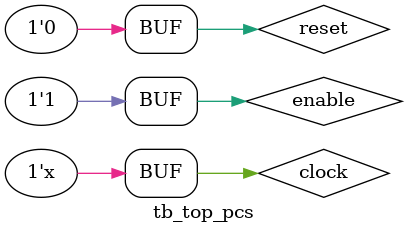
<source format=v>
`timescale 1ns/100ps



module tb_top_pcs;

reg clock,reset,enable;
wire [63 : 0] output_data;
wire [7  : 0] output_ctrl;



initial
begin
	clock = 0;
	reset = 1;
	enable = 0;

	#5
		reset  = 0;
		enable = 1;
end


always #1 clock = ~clock;

PCS_modules
	u_top
	(
		.i_clock(clock),
		.i_reset(reset),
		.i_enable_encoder(enable)
	);


endmodule
</source>
